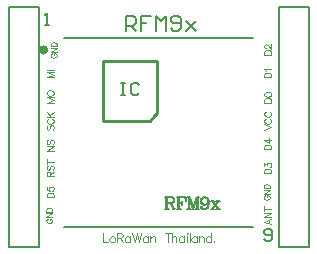
<source format=gto>
G04 Layer_Color=65535*
%FSLAX25Y25*%
%MOIN*%
G70*
G01*
G75*
%ADD14C,0.00800*%
%ADD15C,0.01000*%
%ADD16C,0.00787*%
%ADD17C,0.00700*%
%ADD18C,0.00500*%
%ADD19C,0.00400*%
%ADD20R,0.02059X0.01500*%
D14*
X12814Y65600D02*
G03*
X12814Y65600I-1200J0D01*
G01*
X18504Y6504D02*
X81500D01*
X18504Y69500D02*
X81500D01*
X37500Y54499D02*
X38833D01*
X38166D01*
Y50500D01*
X37500D01*
X38833D01*
X43498Y53832D02*
X42832Y54499D01*
X41499D01*
X40832Y53832D01*
Y51166D01*
X41499Y50500D01*
X42832D01*
X43498Y51166D01*
D15*
X31500Y62000D02*
X49500D01*
Y44500D02*
Y62000D01*
X48500Y43500D02*
X49500Y44500D01*
X47000Y42000D02*
X48500Y43500D01*
X31500Y42000D02*
X47000D01*
X31500D02*
Y62000D01*
D16*
X0Y0D02*
X10000D01*
X0D02*
Y80000D01*
X10000D01*
Y0D02*
Y80000D01*
X90000D02*
X100000D01*
Y0D02*
Y80000D01*
X90000Y0D02*
X100000D01*
X90000D02*
Y80000D01*
D17*
X39000Y72000D02*
Y76998D01*
X41499D01*
X42332Y76165D01*
Y74499D01*
X41499Y73666D01*
X39000D01*
X40666D02*
X42332Y72000D01*
X47331Y76998D02*
X43998D01*
Y74499D01*
X45665D01*
X43998D01*
Y72000D01*
X48997D02*
Y76998D01*
X50663Y75332D01*
X52329Y76998D01*
Y72000D01*
X53995Y72833D02*
X54828Y72000D01*
X56494D01*
X57327Y72833D01*
Y76165D01*
X56494Y76998D01*
X54828D01*
X53995Y76165D01*
Y75332D01*
X54828Y74499D01*
X57327D01*
X58994Y75332D02*
X62326Y72000D01*
X60660Y73666D01*
X62326Y75332D01*
X58994Y72000D01*
D18*
X85000Y2667D02*
X85666Y2000D01*
X86999D01*
X87666Y2667D01*
Y5332D01*
X86999Y5999D01*
X85666D01*
X85000Y5332D01*
Y4666D01*
X85666Y3999D01*
X87666D01*
X12000Y74000D02*
X13333D01*
X12666D01*
Y77999D01*
X12000Y77332D01*
X52571Y16499D02*
Y12500D01*
X52762Y16499D02*
Y12500D01*
X52000Y16499D02*
X54285D01*
X54856Y16309D01*
X55047Y16118D01*
X55237Y15737D01*
Y15357D01*
X55047Y14976D01*
X54856Y14785D01*
X54285Y14595D01*
X52762D01*
X54285Y16499D02*
X54666Y16309D01*
X54856Y16118D01*
X55047Y15737D01*
Y15357D01*
X54856Y14976D01*
X54666Y14785D01*
X54285Y14595D01*
X52000Y12500D02*
X53333D01*
X53714Y14595D02*
X54095Y14404D01*
X54285Y14214D01*
X54856Y12881D01*
X55047Y12690D01*
X55237D01*
X55428Y12881D01*
X54095Y14404D02*
X54285Y14024D01*
X54666Y12690D01*
X54856Y12500D01*
X55237D01*
X55428Y12881D01*
Y13071D01*
X56513Y16499D02*
Y12500D01*
X56704Y16499D02*
Y12500D01*
X57846Y15357D02*
Y13833D01*
X55942Y16499D02*
X58989D01*
Y15357D01*
X58798Y16499D01*
X56704Y14595D02*
X57846D01*
X55942Y12500D02*
X57275D01*
X60113Y16499D02*
Y12500D01*
X60303Y16499D02*
X61446Y13071D01*
X60113Y16499D02*
X61446Y12500D01*
X62779Y16499D02*
X61446Y12500D01*
X62779Y16499D02*
Y12500D01*
X62969Y16499D02*
Y12500D01*
X59541Y16499D02*
X60303D01*
X62779D02*
X63540D01*
X59541Y12500D02*
X60684D01*
X62207D02*
X63540D01*
X66473Y15166D02*
X66283Y14595D01*
X65902Y14214D01*
X65330Y14024D01*
X65140D01*
X64569Y14214D01*
X64188Y14595D01*
X63997Y15166D01*
Y15357D01*
X64188Y15928D01*
X64569Y16309D01*
X65140Y16499D01*
X65521D01*
X66092Y16309D01*
X66473Y15928D01*
X66663Y15357D01*
Y14214D01*
X66473Y13452D01*
X66283Y13071D01*
X65902Y12690D01*
X65330Y12500D01*
X64759D01*
X64378Y12690D01*
X64188Y13071D01*
Y13262D01*
X64378Y13452D01*
X64569Y13262D01*
X64378Y13071D01*
X65140Y14024D02*
X64759Y14214D01*
X64378Y14595D01*
X64188Y15166D01*
Y15357D01*
X64378Y15928D01*
X64759Y16309D01*
X65140Y16499D01*
X65521D02*
X65902Y16309D01*
X66283Y15928D01*
X66473Y15357D01*
Y14214D01*
X66283Y13452D01*
X66092Y13071D01*
X65711Y12690D01*
X65330Y12500D01*
X67635Y15166D02*
X69730Y12500D01*
X67825Y15166D02*
X69920Y12500D01*
Y15166D02*
X67635Y12500D01*
X67254Y15166D02*
X68397D01*
X69158D02*
X70301D01*
X67254Y12500D02*
X68397D01*
X69158D02*
X70301D01*
D19*
X31500Y4499D02*
Y1500D01*
X33214D01*
X34257Y3500D02*
X33971Y3357D01*
X33685Y3071D01*
X33542Y2643D01*
Y2357D01*
X33685Y1929D01*
X33971Y1643D01*
X34257Y1500D01*
X34685D01*
X34971Y1643D01*
X35256Y1929D01*
X35399Y2357D01*
Y2643D01*
X35256Y3071D01*
X34971Y3357D01*
X34685Y3500D01*
X34257D01*
X36056Y4499D02*
Y1500D01*
Y4499D02*
X37342D01*
X37770Y4357D01*
X37913Y4214D01*
X38056Y3928D01*
Y3642D01*
X37913Y3357D01*
X37770Y3214D01*
X37342Y3071D01*
X36056D01*
X37056D02*
X38056Y1500D01*
X40441Y3500D02*
Y1500D01*
Y3071D02*
X40155Y3357D01*
X39870Y3500D01*
X39441D01*
X39156Y3357D01*
X38870Y3071D01*
X38727Y2643D01*
Y2357D01*
X38870Y1929D01*
X39156Y1643D01*
X39441Y1500D01*
X39870D01*
X40155Y1643D01*
X40441Y1929D01*
X41241Y4499D02*
X41955Y1500D01*
X42669Y4499D02*
X41955Y1500D01*
X42669Y4499D02*
X43383Y1500D01*
X44097Y4499D02*
X43383Y1500D01*
X46411Y3500D02*
Y1500D01*
Y3071D02*
X46126Y3357D01*
X45840Y3500D01*
X45411D01*
X45126Y3357D01*
X44840Y3071D01*
X44697Y2643D01*
Y2357D01*
X44840Y1929D01*
X45126Y1643D01*
X45411Y1500D01*
X45840D01*
X46126Y1643D01*
X46411Y1929D01*
X47211Y3500D02*
Y1500D01*
Y2928D02*
X47639Y3357D01*
X47925Y3500D01*
X48353D01*
X48639Y3357D01*
X48782Y2928D01*
Y1500D01*
X52924Y4499D02*
Y1500D01*
X51924Y4499D02*
X53924D01*
X54281D02*
Y1500D01*
Y2928D02*
X54709Y3357D01*
X54995Y3500D01*
X55423D01*
X55709Y3357D01*
X55852Y2928D01*
Y1500D01*
X58351Y3500D02*
Y1500D01*
Y3071D02*
X58066Y3357D01*
X57780Y3500D01*
X57352D01*
X57066Y3357D01*
X56780Y3071D01*
X56638Y2643D01*
Y2357D01*
X56780Y1929D01*
X57066Y1643D01*
X57352Y1500D01*
X57780D01*
X58066Y1643D01*
X58351Y1929D01*
X59437Y4499D02*
X59580Y4357D01*
X59723Y4499D01*
X59580Y4642D01*
X59437Y4499D01*
X59580Y3500D02*
Y1500D01*
X60251Y4499D02*
Y1500D01*
X62593Y3500D02*
Y1500D01*
Y3071D02*
X62308Y3357D01*
X62022Y3500D01*
X61594D01*
X61308Y3357D01*
X61022Y3071D01*
X60879Y2643D01*
Y2357D01*
X61022Y1929D01*
X61308Y1643D01*
X61594Y1500D01*
X62022D01*
X62308Y1643D01*
X62593Y1929D01*
X63393Y3500D02*
Y1500D01*
Y2928D02*
X63822Y3357D01*
X64107Y3500D01*
X64536D01*
X64821Y3357D01*
X64964Y2928D01*
Y1500D01*
X67464Y4499D02*
Y1500D01*
Y3071D02*
X67178Y3357D01*
X66892Y3500D01*
X66464D01*
X66178Y3357D01*
X65893Y3071D01*
X65750Y2643D01*
Y2357D01*
X65893Y1929D01*
X66178Y1643D01*
X66464Y1500D01*
X66892D01*
X67178Y1643D01*
X67464Y1929D01*
X68406Y1786D02*
X68264Y1643D01*
X68406Y1500D01*
X68549Y1643D01*
X68406Y1786D01*
X85201Y32500D02*
X87500D01*
X85201D02*
Y33266D01*
X85310Y33595D01*
X85529Y33814D01*
X85748Y33924D01*
X86076Y34033D01*
X86624D01*
X86953Y33924D01*
X87172Y33814D01*
X87391Y33595D01*
X87500Y33266D01*
Y32500D01*
X85201Y35643D02*
X86734Y34548D01*
Y36190D01*
X85201Y35643D02*
X87500D01*
X85201Y24500D02*
X87500D01*
X85201D02*
Y25267D01*
X85310Y25595D01*
X85529Y25814D01*
X85748Y25923D01*
X86076Y26033D01*
X86624D01*
X86953Y25923D01*
X87172Y25814D01*
X87391Y25595D01*
X87500Y25267D01*
Y24500D01*
X85201Y26767D02*
Y27971D01*
X86076Y27314D01*
Y27643D01*
X86186Y27862D01*
X86295Y27971D01*
X86624Y28081D01*
X86843D01*
X87172Y27971D01*
X87391Y27752D01*
X87500Y27424D01*
Y27095D01*
X87391Y26767D01*
X87281Y26657D01*
X87062Y26548D01*
X85201Y64000D02*
X87500D01*
X85201D02*
Y64767D01*
X85310Y65095D01*
X85529Y65314D01*
X85748Y65424D01*
X86076Y65533D01*
X86624D01*
X86953Y65424D01*
X87172Y65314D01*
X87391Y65095D01*
X87500Y64767D01*
Y64000D01*
X85748Y66157D02*
X85638D01*
X85419Y66267D01*
X85310Y66376D01*
X85201Y66595D01*
Y67033D01*
X85310Y67252D01*
X85419Y67362D01*
X85638Y67471D01*
X85857D01*
X86076Y67362D01*
X86405Y67143D01*
X87500Y66048D01*
Y67581D01*
X85201Y56500D02*
X87500D01*
X85201D02*
Y57266D01*
X85310Y57595D01*
X85529Y57814D01*
X85748Y57924D01*
X86076Y58033D01*
X86624D01*
X86953Y57924D01*
X87172Y57814D01*
X87391Y57595D01*
X87500Y57266D01*
Y56500D01*
X85638Y58548D02*
X85529Y58767D01*
X85201Y59095D01*
X87500D01*
X12700Y16500D02*
X15000D01*
X12700D02*
Y17266D01*
X12810Y17595D01*
X13029Y17814D01*
X13248Y17923D01*
X13577Y18033D01*
X14124D01*
X14453Y17923D01*
X14672Y17814D01*
X14890Y17595D01*
X15000Y17266D01*
Y16500D01*
X12700Y19862D02*
Y18767D01*
X13686Y18657D01*
X13577Y18767D01*
X13467Y19095D01*
Y19424D01*
X13577Y19752D01*
X13795Y19971D01*
X14124Y20081D01*
X14343D01*
X14672Y19971D01*
X14890Y19752D01*
X15000Y19424D01*
Y19095D01*
X14890Y18767D01*
X14781Y18657D01*
X14562Y18548D01*
X85476Y17128D02*
X85286Y17033D01*
X85096Y16843D01*
X85000Y16652D01*
Y16271D01*
X85096Y16081D01*
X85286Y15890D01*
X85476Y15795D01*
X85762Y15700D01*
X86238D01*
X86524Y15795D01*
X86714Y15890D01*
X86905Y16081D01*
X87000Y16271D01*
Y16652D01*
X86905Y16843D01*
X86714Y17033D01*
X86524Y17128D01*
X86238D01*
Y16652D02*
Y17128D01*
X85000Y17585D02*
X87000D01*
X85000D02*
X87000Y18918D01*
X85000D02*
X87000D01*
X85000Y19471D02*
X87000D01*
X85000D02*
Y20137D01*
X85096Y20423D01*
X85286Y20613D01*
X85476Y20708D01*
X85762Y20804D01*
X86238D01*
X86524Y20708D01*
X86714Y20613D01*
X86905Y20423D01*
X87000Y20137D01*
Y19471D01*
X12977Y9328D02*
X12786Y9233D01*
X12596Y9043D01*
X12500Y8852D01*
Y8471D01*
X12596Y8281D01*
X12786Y8090D01*
X12977Y7995D01*
X13262Y7900D01*
X13738D01*
X14024Y7995D01*
X14214Y8090D01*
X14405Y8281D01*
X14500Y8471D01*
Y8852D01*
X14405Y9043D01*
X14214Y9233D01*
X14024Y9328D01*
X13738D01*
Y8852D02*
Y9328D01*
X12500Y9785D02*
X14500D01*
X12500D02*
X14500Y11118D01*
X12500D02*
X14500D01*
X12500Y11671D02*
X14500D01*
X12500D02*
Y12337D01*
X12596Y12623D01*
X12786Y12813D01*
X12977Y12908D01*
X13262Y13004D01*
X13738D01*
X14024Y12908D01*
X14214Y12813D01*
X14405Y12623D01*
X14500Y12337D01*
Y11671D01*
X14477Y64428D02*
X14286Y64333D01*
X14096Y64143D01*
X14000Y63952D01*
Y63571D01*
X14096Y63381D01*
X14286Y63190D01*
X14477Y63095D01*
X14762Y63000D01*
X15238D01*
X15524Y63095D01*
X15714Y63190D01*
X15905Y63381D01*
X16000Y63571D01*
Y63952D01*
X15905Y64143D01*
X15714Y64333D01*
X15524Y64428D01*
X15238D01*
Y63952D02*
Y64428D01*
X14000Y64885D02*
X16000D01*
X14000D02*
X16000Y66218D01*
X14000D02*
X16000D01*
X14000Y66771D02*
X16000D01*
X14000D02*
Y67437D01*
X14096Y67723D01*
X14286Y67913D01*
X14477Y68009D01*
X14762Y68104D01*
X15238D01*
X15524Y68009D01*
X15714Y67913D01*
X15905Y67723D01*
X16000Y67437D01*
Y66771D01*
X85201Y48000D02*
X87500D01*
X85201D02*
Y48766D01*
X85310Y49095D01*
X85529Y49314D01*
X85748Y49424D01*
X86076Y49533D01*
X86624D01*
X86953Y49424D01*
X87172Y49314D01*
X87391Y49095D01*
X87500Y48766D01*
Y48000D01*
X85201Y50705D02*
X85310Y50376D01*
X85638Y50157D01*
X86186Y50048D01*
X86515D01*
X87062Y50157D01*
X87391Y50376D01*
X87500Y50705D01*
Y50924D01*
X87391Y51252D01*
X87062Y51471D01*
X86515Y51581D01*
X86186D01*
X85638Y51471D01*
X85310Y51252D01*
X85201Y50924D01*
Y50705D01*
X12700Y32000D02*
X15000D01*
X12700D02*
X15000Y33533D01*
X12700D02*
X15000D01*
X13029Y35701D02*
X12810Y35482D01*
X12700Y35154D01*
Y34716D01*
X12810Y34387D01*
X13029Y34168D01*
X13248D01*
X13467Y34278D01*
X13577Y34387D01*
X13686Y34606D01*
X13905Y35263D01*
X14015Y35482D01*
X14124Y35592D01*
X14343Y35701D01*
X14672D01*
X14890Y35482D01*
X15000Y35154D01*
Y34716D01*
X14890Y34387D01*
X14672Y34168D01*
X13029Y40533D02*
X12810Y40314D01*
X12700Y39985D01*
Y39548D01*
X12810Y39219D01*
X13029Y39000D01*
X13248D01*
X13467Y39110D01*
X13577Y39219D01*
X13686Y39438D01*
X13905Y40095D01*
X14015Y40314D01*
X14124Y40424D01*
X14343Y40533D01*
X14672D01*
X14890Y40314D01*
X15000Y39985D01*
Y39548D01*
X14890Y39219D01*
X14672Y39000D01*
X13248Y42690D02*
X13029Y42581D01*
X12810Y42362D01*
X12700Y42143D01*
Y41705D01*
X12810Y41486D01*
X13029Y41267D01*
X13248Y41157D01*
X13577Y41048D01*
X14124D01*
X14453Y41157D01*
X14672Y41267D01*
X14890Y41486D01*
X15000Y41705D01*
Y42143D01*
X14890Y42362D01*
X14672Y42581D01*
X14453Y42690D01*
X12700Y43336D02*
X15000D01*
X12700Y44869D02*
X14233Y43336D01*
X13686Y43884D02*
X15000Y44869D01*
X12700Y48000D02*
X15000D01*
X12700D02*
X15000Y48876D01*
X12700Y49752D02*
X15000Y48876D01*
X12700Y49752D02*
X15000D01*
X12700Y51066D02*
X12810Y50847D01*
X13029Y50628D01*
X13248Y50519D01*
X13577Y50409D01*
X14124D01*
X14453Y50519D01*
X14672Y50628D01*
X14890Y50847D01*
X15000Y51066D01*
Y51504D01*
X14890Y51723D01*
X14672Y51942D01*
X14453Y52052D01*
X14124Y52161D01*
X13577D01*
X13248Y52052D01*
X13029Y51942D01*
X12810Y51723D01*
X12700Y51504D01*
Y51066D01*
Y56500D02*
X15000D01*
X12700D02*
X15000Y57376D01*
X12700Y58252D02*
X15000Y57376D01*
X12700Y58252D02*
X15000D01*
X12700Y58909D02*
X15000D01*
X12700Y23500D02*
X15000D01*
X12700D02*
Y24486D01*
X12810Y24814D01*
X12920Y24924D01*
X13138Y25033D01*
X13358D01*
X13577Y24924D01*
X13686Y24814D01*
X13795Y24486D01*
Y23500D01*
Y24266D02*
X15000Y25033D01*
X13029Y27081D02*
X12810Y26862D01*
X12700Y26533D01*
Y26095D01*
X12810Y25767D01*
X13029Y25548D01*
X13248D01*
X13467Y25657D01*
X13577Y25767D01*
X13686Y25986D01*
X13905Y26643D01*
X14015Y26862D01*
X14124Y26971D01*
X14343Y27081D01*
X14672D01*
X14890Y26862D01*
X15000Y26533D01*
Y26095D01*
X14890Y25767D01*
X14672Y25548D01*
X12700Y28362D02*
X15000D01*
X12700Y27595D02*
Y29128D01*
X85201Y39000D02*
X87500Y39876D01*
X85201Y40752D02*
X87500Y39876D01*
X85748Y42690D02*
X85529Y42581D01*
X85310Y42362D01*
X85201Y42143D01*
Y41705D01*
X85310Y41486D01*
X85529Y41267D01*
X85748Y41157D01*
X86076Y41048D01*
X86624D01*
X86953Y41157D01*
X87172Y41267D01*
X87391Y41486D01*
X87500Y41705D01*
Y42143D01*
X87391Y42362D01*
X87172Y42581D01*
X86953Y42690D01*
X85748Y44979D02*
X85529Y44869D01*
X85310Y44650D01*
X85201Y44431D01*
Y43993D01*
X85310Y43774D01*
X85529Y43555D01*
X85748Y43446D01*
X86076Y43336D01*
X86624D01*
X86953Y43446D01*
X87172Y43555D01*
X87391Y43774D01*
X87500Y43993D01*
Y44431D01*
X87391Y44650D01*
X87172Y44869D01*
X86953Y44979D01*
X87500Y9252D02*
X85201Y8376D01*
X87500Y7500D01*
X86734Y7829D02*
Y8924D01*
X85201Y9789D02*
X87500D01*
X85201D02*
X87500Y11322D01*
X85201D02*
X87500D01*
X85201Y12723D02*
X87500D01*
X85201Y11957D02*
Y13490D01*
D20*
X11569Y65650D02*
D03*
M02*

</source>
